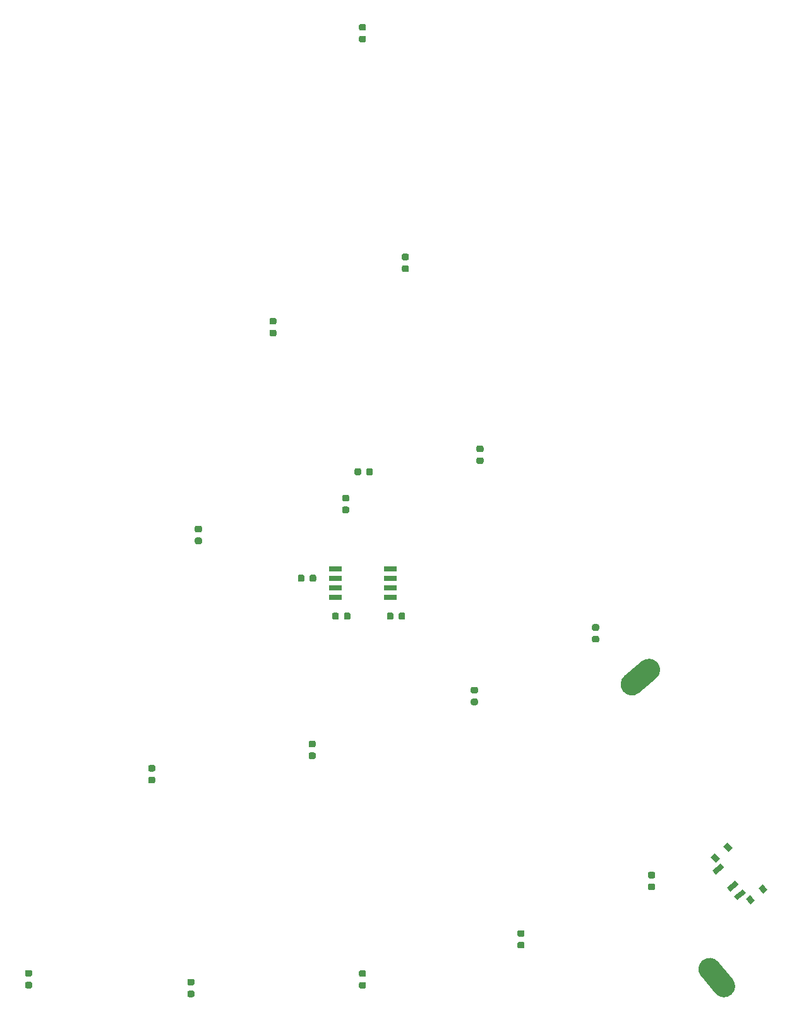
<source format=gbr>
%TF.GenerationSoftware,KiCad,Pcbnew,(5.1.10)-1*%
%TF.CreationDate,2021-10-20T09:03:38+02:00*%
%TF.ProjectId,Drvce,44727663-652e-46b6-9963-61645f706362,rev?*%
%TF.SameCoordinates,Original*%
%TF.FileFunction,Paste,Bot*%
%TF.FilePolarity,Positive*%
%FSLAX46Y46*%
G04 Gerber Fmt 4.6, Leading zero omitted, Abs format (unit mm)*
G04 Created by KiCad (PCBNEW (5.1.10)-1) date 2021-10-20 09:03:38*
%MOMM*%
%LPD*%
G01*
G04 APERTURE LIST*
%ADD10R,1.700000X0.650000*%
%ADD11C,0.150000*%
G04 APERTURE END LIST*
%TO.C,R4*%
G36*
G01*
X99511600Y-95256250D02*
X99511600Y-94743750D01*
G75*
G02*
X99730350Y-94525000I218750J0D01*
G01*
X100167850Y-94525000D01*
G75*
G02*
X100386600Y-94743750I0J-218750D01*
G01*
X100386600Y-95256250D01*
G75*
G02*
X100167850Y-95475000I-218750J0D01*
G01*
X99730350Y-95475000D01*
G75*
G02*
X99511600Y-95256250I0J218750D01*
G01*
G37*
G36*
G01*
X97936600Y-95256250D02*
X97936600Y-94743750D01*
G75*
G02*
X98155350Y-94525000I218750J0D01*
G01*
X98592850Y-94525000D01*
G75*
G02*
X98811600Y-94743750I0J-218750D01*
G01*
X98811600Y-95256250D01*
G75*
G02*
X98592850Y-95475000I-218750J0D01*
G01*
X98155350Y-95475000D01*
G75*
G02*
X97936600Y-95256250I0J218750D01*
G01*
G37*
%TD*%
%TO.C,R1*%
G36*
G01*
X91917000Y-109511250D02*
X91917000Y-108998750D01*
G75*
G02*
X92135750Y-108780000I218750J0D01*
G01*
X92573250Y-108780000D01*
G75*
G02*
X92792000Y-108998750I0J-218750D01*
G01*
X92792000Y-109511250D01*
G75*
G02*
X92573250Y-109730000I-218750J0D01*
G01*
X92135750Y-109730000D01*
G75*
G02*
X91917000Y-109511250I0J218750D01*
G01*
G37*
G36*
G01*
X90342000Y-109511250D02*
X90342000Y-108998750D01*
G75*
G02*
X90560750Y-108780000I218750J0D01*
G01*
X90998250Y-108780000D01*
G75*
G02*
X91217000Y-108998750I0J-218750D01*
G01*
X91217000Y-109511250D01*
G75*
G02*
X90998250Y-109730000I-218750J0D01*
G01*
X90560750Y-109730000D01*
G75*
G02*
X90342000Y-109511250I0J218750D01*
G01*
G37*
%TD*%
%TO.C,C16*%
G36*
G01*
X99256250Y-35900000D02*
X98743750Y-35900000D01*
G75*
G02*
X98525000Y-35681250I0J218750D01*
G01*
X98525000Y-35243750D01*
G75*
G02*
X98743750Y-35025000I218750J0D01*
G01*
X99256250Y-35025000D01*
G75*
G02*
X99475000Y-35243750I0J-218750D01*
G01*
X99475000Y-35681250D01*
G75*
G02*
X99256250Y-35900000I-218750J0D01*
G01*
G37*
G36*
G01*
X99256250Y-37475000D02*
X98743750Y-37475000D01*
G75*
G02*
X98525000Y-37256250I0J218750D01*
G01*
X98525000Y-36818750D01*
G75*
G02*
X98743750Y-36600000I218750J0D01*
G01*
X99256250Y-36600000D01*
G75*
G02*
X99475000Y-36818750I0J-218750D01*
G01*
X99475000Y-37256250D01*
G75*
G02*
X99256250Y-37475000I-218750J0D01*
G01*
G37*
%TD*%
D10*
%TO.C,U1*%
X102710000Y-111795000D03*
X102710000Y-110525000D03*
X102710000Y-109255000D03*
X102710000Y-107985000D03*
X95410000Y-107985000D03*
X95410000Y-109255000D03*
X95410000Y-110525000D03*
X95410000Y-111795000D03*
%TD*%
%TO.C,R2*%
G36*
G01*
X95814400Y-114078750D02*
X95814400Y-114591250D01*
G75*
G02*
X95595650Y-114810000I-218750J0D01*
G01*
X95158150Y-114810000D01*
G75*
G02*
X94939400Y-114591250I0J218750D01*
G01*
X94939400Y-114078750D01*
G75*
G02*
X95158150Y-113860000I218750J0D01*
G01*
X95595650Y-113860000D01*
G75*
G02*
X95814400Y-114078750I0J-218750D01*
G01*
G37*
G36*
G01*
X97389400Y-114078750D02*
X97389400Y-114591250D01*
G75*
G02*
X97170650Y-114810000I-218750J0D01*
G01*
X96733150Y-114810000D01*
G75*
G02*
X96514400Y-114591250I0J218750D01*
G01*
X96514400Y-114078750D01*
G75*
G02*
X96733150Y-113860000I218750J0D01*
G01*
X97170650Y-113860000D01*
G75*
G02*
X97389400Y-114078750I0J-218750D01*
G01*
G37*
%TD*%
%TO.C,C1*%
G36*
G01*
X103850000Y-114591250D02*
X103850000Y-114078750D01*
G75*
G02*
X104068750Y-113860000I218750J0D01*
G01*
X104506250Y-113860000D01*
G75*
G02*
X104725000Y-114078750I0J-218750D01*
G01*
X104725000Y-114591250D01*
G75*
G02*
X104506250Y-114810000I-218750J0D01*
G01*
X104068750Y-114810000D01*
G75*
G02*
X103850000Y-114591250I0J218750D01*
G01*
G37*
G36*
G01*
X102275000Y-114591250D02*
X102275000Y-114078750D01*
G75*
G02*
X102493750Y-113860000I218750J0D01*
G01*
X102931250Y-113860000D01*
G75*
G02*
X103150000Y-114078750I0J-218750D01*
G01*
X103150000Y-114591250D01*
G75*
G02*
X102931250Y-114810000I-218750J0D01*
G01*
X102493750Y-114810000D01*
G75*
G02*
X102275000Y-114591250I0J218750D01*
G01*
G37*
%TD*%
%TO.C,C2*%
G36*
G01*
X75743750Y-164497500D02*
X76256250Y-164497500D01*
G75*
G02*
X76475000Y-164716250I0J-218750D01*
G01*
X76475000Y-165153750D01*
G75*
G02*
X76256250Y-165372500I-218750J0D01*
G01*
X75743750Y-165372500D01*
G75*
G02*
X75525000Y-165153750I0J218750D01*
G01*
X75525000Y-164716250D01*
G75*
G02*
X75743750Y-164497500I218750J0D01*
G01*
G37*
G36*
G01*
X75743750Y-162922500D02*
X76256250Y-162922500D01*
G75*
G02*
X76475000Y-163141250I0J-218750D01*
G01*
X76475000Y-163578750D01*
G75*
G02*
X76256250Y-163797500I-218750J0D01*
G01*
X75743750Y-163797500D01*
G75*
G02*
X75525000Y-163578750I0J218750D01*
G01*
X75525000Y-163141250D01*
G75*
G02*
X75743750Y-162922500I218750J0D01*
G01*
G37*
%TD*%
%TO.C,C3*%
G36*
G01*
X53993750Y-163312500D02*
X54506250Y-163312500D01*
G75*
G02*
X54725000Y-163531250I0J-218750D01*
G01*
X54725000Y-163968750D01*
G75*
G02*
X54506250Y-164187500I-218750J0D01*
G01*
X53993750Y-164187500D01*
G75*
G02*
X53775000Y-163968750I0J218750D01*
G01*
X53775000Y-163531250D01*
G75*
G02*
X53993750Y-163312500I218750J0D01*
G01*
G37*
G36*
G01*
X53993750Y-161737500D02*
X54506250Y-161737500D01*
G75*
G02*
X54725000Y-161956250I0J-218750D01*
G01*
X54725000Y-162393750D01*
G75*
G02*
X54506250Y-162612500I-218750J0D01*
G01*
X53993750Y-162612500D01*
G75*
G02*
X53775000Y-162393750I0J218750D01*
G01*
X53775000Y-161956250D01*
G75*
G02*
X53993750Y-161737500I218750J0D01*
G01*
G37*
%TD*%
%TO.C,C4*%
G36*
G01*
X71006250Y-135150000D02*
X70493750Y-135150000D01*
G75*
G02*
X70275000Y-134931250I0J218750D01*
G01*
X70275000Y-134493750D01*
G75*
G02*
X70493750Y-134275000I218750J0D01*
G01*
X71006250Y-134275000D01*
G75*
G02*
X71225000Y-134493750I0J-218750D01*
G01*
X71225000Y-134931250D01*
G75*
G02*
X71006250Y-135150000I-218750J0D01*
G01*
G37*
G36*
G01*
X71006250Y-136725000D02*
X70493750Y-136725000D01*
G75*
G02*
X70275000Y-136506250I0J218750D01*
G01*
X70275000Y-136068750D01*
G75*
G02*
X70493750Y-135850000I218750J0D01*
G01*
X71006250Y-135850000D01*
G75*
G02*
X71225000Y-136068750I0J-218750D01*
G01*
X71225000Y-136506250D01*
G75*
G02*
X71006250Y-136725000I-218750J0D01*
G01*
G37*
%TD*%
%TO.C,C5*%
G36*
G01*
X92506250Y-131900000D02*
X91993750Y-131900000D01*
G75*
G02*
X91775000Y-131681250I0J218750D01*
G01*
X91775000Y-131243750D01*
G75*
G02*
X91993750Y-131025000I218750J0D01*
G01*
X92506250Y-131025000D01*
G75*
G02*
X92725000Y-131243750I0J-218750D01*
G01*
X92725000Y-131681250D01*
G75*
G02*
X92506250Y-131900000I-218750J0D01*
G01*
G37*
G36*
G01*
X92506250Y-133475000D02*
X91993750Y-133475000D01*
G75*
G02*
X91775000Y-133256250I0J218750D01*
G01*
X91775000Y-132818750D01*
G75*
G02*
X91993750Y-132600000I218750J0D01*
G01*
X92506250Y-132600000D01*
G75*
G02*
X92725000Y-132818750I0J-218750D01*
G01*
X92725000Y-133256250D01*
G75*
G02*
X92506250Y-133475000I-218750J0D01*
G01*
G37*
%TD*%
%TO.C,C6*%
G36*
G01*
X99256250Y-162650000D02*
X98743750Y-162650000D01*
G75*
G02*
X98525000Y-162431250I0J218750D01*
G01*
X98525000Y-161993750D01*
G75*
G02*
X98743750Y-161775000I218750J0D01*
G01*
X99256250Y-161775000D01*
G75*
G02*
X99475000Y-161993750I0J-218750D01*
G01*
X99475000Y-162431250D01*
G75*
G02*
X99256250Y-162650000I-218750J0D01*
G01*
G37*
G36*
G01*
X99256250Y-164225000D02*
X98743750Y-164225000D01*
G75*
G02*
X98525000Y-164006250I0J218750D01*
G01*
X98525000Y-163568750D01*
G75*
G02*
X98743750Y-163350000I218750J0D01*
G01*
X99256250Y-163350000D01*
G75*
G02*
X99475000Y-163568750I0J-218750D01*
G01*
X99475000Y-164006250D01*
G75*
G02*
X99256250Y-164225000I-218750J0D01*
G01*
G37*
%TD*%
%TO.C,C7*%
G36*
G01*
X120506250Y-157269700D02*
X119993750Y-157269700D01*
G75*
G02*
X119775000Y-157050950I0J218750D01*
G01*
X119775000Y-156613450D01*
G75*
G02*
X119993750Y-156394700I218750J0D01*
G01*
X120506250Y-156394700D01*
G75*
G02*
X120725000Y-156613450I0J-218750D01*
G01*
X120725000Y-157050950D01*
G75*
G02*
X120506250Y-157269700I-218750J0D01*
G01*
G37*
G36*
G01*
X120506250Y-158844700D02*
X119993750Y-158844700D01*
G75*
G02*
X119775000Y-158625950I0J218750D01*
G01*
X119775000Y-158188450D01*
G75*
G02*
X119993750Y-157969700I218750J0D01*
G01*
X120506250Y-157969700D01*
G75*
G02*
X120725000Y-158188450I0J-218750D01*
G01*
X120725000Y-158625950D01*
G75*
G02*
X120506250Y-158844700I-218750J0D01*
G01*
G37*
%TD*%
%TO.C,C8*%
G36*
G01*
X138006250Y-149459200D02*
X137493750Y-149459200D01*
G75*
G02*
X137275000Y-149240450I0J218750D01*
G01*
X137275000Y-148802950D01*
G75*
G02*
X137493750Y-148584200I218750J0D01*
G01*
X138006250Y-148584200D01*
G75*
G02*
X138225000Y-148802950I0J-218750D01*
G01*
X138225000Y-149240450D01*
G75*
G02*
X138006250Y-149459200I-218750J0D01*
G01*
G37*
G36*
G01*
X138006250Y-151034200D02*
X137493750Y-151034200D01*
G75*
G02*
X137275000Y-150815450I0J218750D01*
G01*
X137275000Y-150377950D01*
G75*
G02*
X137493750Y-150159200I218750J0D01*
G01*
X138006250Y-150159200D01*
G75*
G02*
X138225000Y-150377950I0J-218750D01*
G01*
X138225000Y-150815450D01*
G75*
G02*
X138006250Y-151034200I-218750J0D01*
G01*
G37*
%TD*%
%TO.C,C9*%
G36*
G01*
X114256250Y-124687500D02*
X113743750Y-124687500D01*
G75*
G02*
X113525000Y-124468750I0J218750D01*
G01*
X113525000Y-124031250D01*
G75*
G02*
X113743750Y-123812500I218750J0D01*
G01*
X114256250Y-123812500D01*
G75*
G02*
X114475000Y-124031250I0J-218750D01*
G01*
X114475000Y-124468750D01*
G75*
G02*
X114256250Y-124687500I-218750J0D01*
G01*
G37*
G36*
G01*
X114256250Y-126262500D02*
X113743750Y-126262500D01*
G75*
G02*
X113525000Y-126043750I0J218750D01*
G01*
X113525000Y-125606250D01*
G75*
G02*
X113743750Y-125387500I218750J0D01*
G01*
X114256250Y-125387500D01*
G75*
G02*
X114475000Y-125606250I0J-218750D01*
G01*
X114475000Y-126043750D01*
G75*
G02*
X114256250Y-126262500I-218750J0D01*
G01*
G37*
%TD*%
%TO.C,C10*%
G36*
G01*
X130506250Y-116286800D02*
X129993750Y-116286800D01*
G75*
G02*
X129775000Y-116068050I0J218750D01*
G01*
X129775000Y-115630550D01*
G75*
G02*
X129993750Y-115411800I218750J0D01*
G01*
X130506250Y-115411800D01*
G75*
G02*
X130725000Y-115630550I0J-218750D01*
G01*
X130725000Y-116068050D01*
G75*
G02*
X130506250Y-116286800I-218750J0D01*
G01*
G37*
G36*
G01*
X130506250Y-117861800D02*
X129993750Y-117861800D01*
G75*
G02*
X129775000Y-117643050I0J218750D01*
G01*
X129775000Y-117205550D01*
G75*
G02*
X129993750Y-116986800I218750J0D01*
G01*
X130506250Y-116986800D01*
G75*
G02*
X130725000Y-117205550I0J-218750D01*
G01*
X130725000Y-117643050D01*
G75*
G02*
X130506250Y-117861800I-218750J0D01*
G01*
G37*
%TD*%
%TO.C,C11*%
G36*
G01*
X114493750Y-93062500D02*
X115006250Y-93062500D01*
G75*
G02*
X115225000Y-93281250I0J-218750D01*
G01*
X115225000Y-93718750D01*
G75*
G02*
X115006250Y-93937500I-218750J0D01*
G01*
X114493750Y-93937500D01*
G75*
G02*
X114275000Y-93718750I0J218750D01*
G01*
X114275000Y-93281250D01*
G75*
G02*
X114493750Y-93062500I218750J0D01*
G01*
G37*
G36*
G01*
X114493750Y-91487500D02*
X115006250Y-91487500D01*
G75*
G02*
X115225000Y-91706250I0J-218750D01*
G01*
X115225000Y-92143750D01*
G75*
G02*
X115006250Y-92362500I-218750J0D01*
G01*
X114493750Y-92362500D01*
G75*
G02*
X114275000Y-92143750I0J218750D01*
G01*
X114275000Y-91706250D01*
G75*
G02*
X114493750Y-91487500I218750J0D01*
G01*
G37*
%TD*%
%TO.C,C12*%
G36*
G01*
X96493750Y-99664000D02*
X97006250Y-99664000D01*
G75*
G02*
X97225000Y-99882750I0J-218750D01*
G01*
X97225000Y-100320250D01*
G75*
G02*
X97006250Y-100539000I-218750J0D01*
G01*
X96493750Y-100539000D01*
G75*
G02*
X96275000Y-100320250I0J218750D01*
G01*
X96275000Y-99882750D01*
G75*
G02*
X96493750Y-99664000I218750J0D01*
G01*
G37*
G36*
G01*
X96493750Y-98089000D02*
X97006250Y-98089000D01*
G75*
G02*
X97225000Y-98307750I0J-218750D01*
G01*
X97225000Y-98745250D01*
G75*
G02*
X97006250Y-98964000I-218750J0D01*
G01*
X96493750Y-98964000D01*
G75*
G02*
X96275000Y-98745250I0J218750D01*
G01*
X96275000Y-98307750D01*
G75*
G02*
X96493750Y-98089000I218750J0D01*
G01*
G37*
%TD*%
%TO.C,C13*%
G36*
G01*
X76743750Y-103812500D02*
X77256250Y-103812500D01*
G75*
G02*
X77475000Y-104031250I0J-218750D01*
G01*
X77475000Y-104468750D01*
G75*
G02*
X77256250Y-104687500I-218750J0D01*
G01*
X76743750Y-104687500D01*
G75*
G02*
X76525000Y-104468750I0J218750D01*
G01*
X76525000Y-104031250D01*
G75*
G02*
X76743750Y-103812500I218750J0D01*
G01*
G37*
G36*
G01*
X76743750Y-102237500D02*
X77256250Y-102237500D01*
G75*
G02*
X77475000Y-102456250I0J-218750D01*
G01*
X77475000Y-102893750D01*
G75*
G02*
X77256250Y-103112500I-218750J0D01*
G01*
X76743750Y-103112500D01*
G75*
G02*
X76525000Y-102893750I0J218750D01*
G01*
X76525000Y-102456250D01*
G75*
G02*
X76743750Y-102237500I218750J0D01*
G01*
G37*
%TD*%
%TO.C,C14*%
G36*
G01*
X87256250Y-75278500D02*
X86743750Y-75278500D01*
G75*
G02*
X86525000Y-75059750I0J218750D01*
G01*
X86525000Y-74622250D01*
G75*
G02*
X86743750Y-74403500I218750J0D01*
G01*
X87256250Y-74403500D01*
G75*
G02*
X87475000Y-74622250I0J-218750D01*
G01*
X87475000Y-75059750D01*
G75*
G02*
X87256250Y-75278500I-218750J0D01*
G01*
G37*
G36*
G01*
X87256250Y-76853500D02*
X86743750Y-76853500D01*
G75*
G02*
X86525000Y-76634750I0J218750D01*
G01*
X86525000Y-76197250D01*
G75*
G02*
X86743750Y-75978500I218750J0D01*
G01*
X87256250Y-75978500D01*
G75*
G02*
X87475000Y-76197250I0J-218750D01*
G01*
X87475000Y-76634750D01*
G75*
G02*
X87256250Y-76853500I-218750J0D01*
G01*
G37*
%TD*%
%TO.C,C15*%
G36*
G01*
X105006250Y-66655200D02*
X104493750Y-66655200D01*
G75*
G02*
X104275000Y-66436450I0J218750D01*
G01*
X104275000Y-65998950D01*
G75*
G02*
X104493750Y-65780200I218750J0D01*
G01*
X105006250Y-65780200D01*
G75*
G02*
X105225000Y-65998950I0J-218750D01*
G01*
X105225000Y-66436450D01*
G75*
G02*
X105006250Y-66655200I-218750J0D01*
G01*
G37*
G36*
G01*
X105006250Y-68230200D02*
X104493750Y-68230200D01*
G75*
G02*
X104275000Y-68011450I0J218750D01*
G01*
X104275000Y-67573950D01*
G75*
G02*
X104493750Y-67355200I218750J0D01*
G01*
X105006250Y-67355200D01*
G75*
G02*
X105225000Y-67573950I0J-218750D01*
G01*
X105225000Y-68011450D01*
G75*
G02*
X105006250Y-68230200I-218750J0D01*
G01*
G37*
%TD*%
%TO.C,J2*%
G36*
G01*
X138363248Y-122684886D02*
X136065114Y-124613248D01*
G75*
G02*
X133951866Y-124428362I-964181J1149067D01*
G01*
X133951866Y-124428362D01*
G75*
G02*
X134136752Y-122315114I1149067J964181D01*
G01*
X136434886Y-120386752D01*
G75*
G02*
X138548134Y-120571638I964181J-1149067D01*
G01*
X138548134Y-120571638D01*
G75*
G02*
X138363248Y-122684886I-1149067J-964181D01*
G01*
G37*
%TD*%
%TO.C,J3*%
G36*
G01*
X146315114Y-164863248D02*
X144386752Y-162565114D01*
G75*
G02*
X144571638Y-160451866I1149067J964181D01*
G01*
X144571638Y-160451866D01*
G75*
G02*
X146684886Y-160636752I964181J-1149067D01*
G01*
X148613248Y-162934886D01*
G75*
G02*
X148428362Y-165048134I-1149067J-964181D01*
G01*
X148428362Y-165048134D01*
G75*
G02*
X146315114Y-164863248I-964181J1149067D01*
G01*
G37*
%TD*%
D11*
%TO.C,SW1*%
G36*
X145908775Y-148409561D02*
G01*
X147057842Y-147445380D01*
X147507793Y-147981611D01*
X146358726Y-148945792D01*
X145908775Y-148409561D01*
G37*
G36*
X147837138Y-150707695D02*
G01*
X148986205Y-149743514D01*
X149436156Y-150279745D01*
X148287089Y-151243926D01*
X147837138Y-150707695D01*
G37*
G36*
X148801320Y-151856761D02*
G01*
X149950387Y-150892580D01*
X150400338Y-151428811D01*
X149251271Y-152392992D01*
X148801320Y-151856761D01*
G37*
G36*
X147371457Y-145158845D02*
G01*
X147984293Y-144644615D01*
X148627081Y-145410659D01*
X148014245Y-145924889D01*
X147371457Y-145158845D01*
G37*
G36*
X152063806Y-150750969D02*
G01*
X152676642Y-150236739D01*
X153319430Y-151002783D01*
X152706594Y-151517013D01*
X152063806Y-150750969D01*
G37*
G36*
X150370848Y-152171530D02*
G01*
X150983684Y-151657300D01*
X151626472Y-152423344D01*
X151013636Y-152937574D01*
X150370848Y-152171530D01*
G37*
G36*
X145678499Y-146579405D02*
G01*
X146291335Y-146065175D01*
X146934123Y-146831219D01*
X146321287Y-147345449D01*
X145678499Y-146579405D01*
G37*
%TD*%
M02*

</source>
